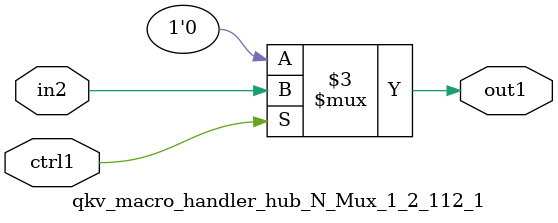
<source format=v>

`timescale 1ps / 1ps


module qkv_macro_handler_hub_N_Mux_1_2_112_1( in2, ctrl1, out1 );

    input in2;
    input ctrl1;
    output out1;
    reg out1;

    
    // rtl_process:qkv_macro_handler_hub_N_Mux_1_2_112_1/qkv_macro_handler_hub_N_Mux_1_2_112_1_thread_1
    always @*
      begin : qkv_macro_handler_hub_N_Mux_1_2_112_1_thread_1
        case (ctrl1) 
          1'b1: 
            begin
              out1 = in2;
            end
          default: 
            begin
              out1 = 1'b0;
            end
        endcase
      end

endmodule


</source>
